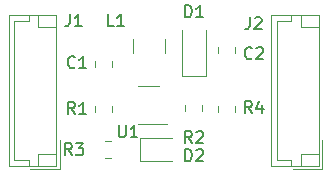
<source format=gbr>
%TF.GenerationSoftware,KiCad,Pcbnew,(5.1.6)-1*%
%TF.CreationDate,2020-07-04T13:17:01+02:00*%
%TF.ProjectId,Grove_step_up,47726f76-655f-4737-9465-705f75702e6b,rev?*%
%TF.SameCoordinates,Original*%
%TF.FileFunction,Legend,Top*%
%TF.FilePolarity,Positive*%
%FSLAX46Y46*%
G04 Gerber Fmt 4.6, Leading zero omitted, Abs format (unit mm)*
G04 Created by KiCad (PCBNEW (5.1.6)-1) date 2020-07-04 13:17:01*
%MOMM*%
%LPD*%
G01*
G04 APERTURE LIST*
%ADD10C,0.120000*%
%ADD11C,0.150000*%
G04 APERTURE END LIST*
D10*
%TO.C,U1*%
X118480000Y-80350000D02*
X120930000Y-80350000D01*
X120280000Y-77130000D02*
X118480000Y-77130000D01*
%TO.C,R4*%
X125274000Y-78813922D02*
X125274000Y-79331078D01*
X126694000Y-78813922D02*
X126694000Y-79331078D01*
%TO.C,R3*%
X116161078Y-81840000D02*
X115643922Y-81840000D01*
X116161078Y-83260000D02*
X115643922Y-83260000D01*
%TO.C,R2*%
X123900000Y-79301078D02*
X123900000Y-78783922D01*
X122480000Y-79301078D02*
X122480000Y-78783922D01*
%TO.C,R1*%
X116280000Y-79331078D02*
X116280000Y-78813922D01*
X114860000Y-79331078D02*
X114860000Y-78813922D01*
%TO.C,L1*%
X120740000Y-74392064D02*
X120740000Y-73187936D01*
X118020000Y-74392064D02*
X118020000Y-73187936D01*
%TO.C,J2*%
X134055000Y-84190000D02*
X134055000Y-81690000D01*
X131555000Y-84190000D02*
X134055000Y-84190000D01*
X132255000Y-72170000D02*
X133755000Y-72170000D01*
X132255000Y-71170000D02*
X132255000Y-72170000D01*
X132255000Y-82890000D02*
X133755000Y-82890000D01*
X132255000Y-83890000D02*
X132255000Y-82890000D01*
X131445000Y-71670000D02*
X131445000Y-71170000D01*
X130235000Y-71670000D02*
X131445000Y-71670000D01*
X130235000Y-83390000D02*
X130235000Y-71670000D01*
X131445000Y-83390000D02*
X130235000Y-83390000D01*
X131445000Y-83890000D02*
X131445000Y-83390000D01*
X129735000Y-71170000D02*
X129735000Y-83890000D01*
X133755000Y-71170000D02*
X129735000Y-71170000D01*
X133755000Y-83890000D02*
X133755000Y-71170000D01*
X129735000Y-83890000D02*
X133755000Y-83890000D01*
%TO.C,J1*%
X111830000Y-84190000D02*
X111830000Y-81690000D01*
X109330000Y-84190000D02*
X111830000Y-84190000D01*
X110030000Y-72170000D02*
X111530000Y-72170000D01*
X110030000Y-71170000D02*
X110030000Y-72170000D01*
X110030000Y-82890000D02*
X111530000Y-82890000D01*
X110030000Y-83890000D02*
X110030000Y-82890000D01*
X109220000Y-71670000D02*
X109220000Y-71170000D01*
X108010000Y-71670000D02*
X109220000Y-71670000D01*
X108010000Y-83390000D02*
X108010000Y-71670000D01*
X109220000Y-83390000D02*
X108010000Y-83390000D01*
X109220000Y-83890000D02*
X109220000Y-83390000D01*
X107510000Y-71170000D02*
X107510000Y-83890000D01*
X111530000Y-71170000D02*
X107510000Y-71170000D01*
X111530000Y-83890000D02*
X111530000Y-71170000D01*
X107510000Y-83890000D02*
X111530000Y-83890000D01*
%TO.C,D2*%
X118662500Y-83510000D02*
X121347500Y-83510000D01*
X118662500Y-81590000D02*
X118662500Y-83510000D01*
X121347500Y-81590000D02*
X118662500Y-81590000D01*
%TO.C,D1*%
X122190000Y-76290000D02*
X122190000Y-72390000D01*
X124190000Y-76290000D02*
X124190000Y-72390000D01*
X122190000Y-76290000D02*
X124190000Y-76290000D01*
%TO.C,C2*%
X126694000Y-74348078D02*
X126694000Y-73830922D01*
X125274000Y-74348078D02*
X125274000Y-73830922D01*
%TO.C,C1*%
X114860000Y-75003922D02*
X114860000Y-75521078D01*
X116280000Y-75003922D02*
X116280000Y-75521078D01*
%TO.C,U1*%
D11*
X116840095Y-80478380D02*
X116840095Y-81287904D01*
X116887714Y-81383142D01*
X116935333Y-81430761D01*
X117030571Y-81478380D01*
X117221047Y-81478380D01*
X117316285Y-81430761D01*
X117363904Y-81383142D01*
X117411523Y-81287904D01*
X117411523Y-80478380D01*
X118411523Y-81478380D02*
X117840095Y-81478380D01*
X118125809Y-81478380D02*
X118125809Y-80478380D01*
X118030571Y-80621238D01*
X117935333Y-80716476D01*
X117840095Y-80764095D01*
%TO.C,R4*%
X128103333Y-79446380D02*
X127770000Y-78970190D01*
X127531904Y-79446380D02*
X127531904Y-78446380D01*
X127912857Y-78446380D01*
X128008095Y-78494000D01*
X128055714Y-78541619D01*
X128103333Y-78636857D01*
X128103333Y-78779714D01*
X128055714Y-78874952D01*
X128008095Y-78922571D01*
X127912857Y-78970190D01*
X127531904Y-78970190D01*
X128960476Y-78779714D02*
X128960476Y-79446380D01*
X128722380Y-78398761D02*
X128484285Y-79113047D01*
X129103333Y-79113047D01*
%TO.C,R3*%
X112863333Y-83002380D02*
X112530000Y-82526190D01*
X112291904Y-83002380D02*
X112291904Y-82002380D01*
X112672857Y-82002380D01*
X112768095Y-82050000D01*
X112815714Y-82097619D01*
X112863333Y-82192857D01*
X112863333Y-82335714D01*
X112815714Y-82430952D01*
X112768095Y-82478571D01*
X112672857Y-82526190D01*
X112291904Y-82526190D01*
X113196666Y-82002380D02*
X113815714Y-82002380D01*
X113482380Y-82383333D01*
X113625238Y-82383333D01*
X113720476Y-82430952D01*
X113768095Y-82478571D01*
X113815714Y-82573809D01*
X113815714Y-82811904D01*
X113768095Y-82907142D01*
X113720476Y-82954761D01*
X113625238Y-83002380D01*
X113339523Y-83002380D01*
X113244285Y-82954761D01*
X113196666Y-82907142D01*
%TO.C,R2*%
X123023333Y-81986380D02*
X122690000Y-81510190D01*
X122451904Y-81986380D02*
X122451904Y-80986380D01*
X122832857Y-80986380D01*
X122928095Y-81034000D01*
X122975714Y-81081619D01*
X123023333Y-81176857D01*
X123023333Y-81319714D01*
X122975714Y-81414952D01*
X122928095Y-81462571D01*
X122832857Y-81510190D01*
X122451904Y-81510190D01*
X123404285Y-81081619D02*
X123451904Y-81034000D01*
X123547142Y-80986380D01*
X123785238Y-80986380D01*
X123880476Y-81034000D01*
X123928095Y-81081619D01*
X123975714Y-81176857D01*
X123975714Y-81272095D01*
X123928095Y-81414952D01*
X123356666Y-81986380D01*
X123975714Y-81986380D01*
%TO.C,R1*%
X113117333Y-79524880D02*
X112784000Y-79048690D01*
X112545904Y-79524880D02*
X112545904Y-78524880D01*
X112926857Y-78524880D01*
X113022095Y-78572500D01*
X113069714Y-78620119D01*
X113117333Y-78715357D01*
X113117333Y-78858214D01*
X113069714Y-78953452D01*
X113022095Y-79001071D01*
X112926857Y-79048690D01*
X112545904Y-79048690D01*
X114069714Y-79524880D02*
X113498285Y-79524880D01*
X113784000Y-79524880D02*
X113784000Y-78524880D01*
X113688761Y-78667738D01*
X113593523Y-78762976D01*
X113498285Y-78810595D01*
%TO.C,L1*%
X116419333Y-72080380D02*
X115943142Y-72080380D01*
X115943142Y-71080380D01*
X117276476Y-72080380D02*
X116705047Y-72080380D01*
X116990761Y-72080380D02*
X116990761Y-71080380D01*
X116895523Y-71223238D01*
X116800285Y-71318476D01*
X116705047Y-71366095D01*
%TO.C,J2*%
X127936666Y-71334380D02*
X127936666Y-72048666D01*
X127889047Y-72191523D01*
X127793809Y-72286761D01*
X127650952Y-72334380D01*
X127555714Y-72334380D01*
X128365238Y-71429619D02*
X128412857Y-71382000D01*
X128508095Y-71334380D01*
X128746190Y-71334380D01*
X128841428Y-71382000D01*
X128889047Y-71429619D01*
X128936666Y-71524857D01*
X128936666Y-71620095D01*
X128889047Y-71762952D01*
X128317619Y-72334380D01*
X128936666Y-72334380D01*
%TO.C,J1*%
X112696666Y-71080380D02*
X112696666Y-71794666D01*
X112649047Y-71937523D01*
X112553809Y-72032761D01*
X112410952Y-72080380D01*
X112315714Y-72080380D01*
X113696666Y-72080380D02*
X113125238Y-72080380D01*
X113410952Y-72080380D02*
X113410952Y-71080380D01*
X113315714Y-71223238D01*
X113220476Y-71318476D01*
X113125238Y-71366095D01*
%TO.C,D2*%
X122451904Y-83510380D02*
X122451904Y-82510380D01*
X122690000Y-82510380D01*
X122832857Y-82558000D01*
X122928095Y-82653238D01*
X122975714Y-82748476D01*
X123023333Y-82938952D01*
X123023333Y-83081809D01*
X122975714Y-83272285D01*
X122928095Y-83367523D01*
X122832857Y-83462761D01*
X122690000Y-83510380D01*
X122451904Y-83510380D01*
X123404285Y-82605619D02*
X123451904Y-82558000D01*
X123547142Y-82510380D01*
X123785238Y-82510380D01*
X123880476Y-82558000D01*
X123928095Y-82605619D01*
X123975714Y-82700857D01*
X123975714Y-82796095D01*
X123928095Y-82938952D01*
X123356666Y-83510380D01*
X123975714Y-83510380D01*
%TO.C,D1*%
X122451904Y-71318380D02*
X122451904Y-70318380D01*
X122690000Y-70318380D01*
X122832857Y-70366000D01*
X122928095Y-70461238D01*
X122975714Y-70556476D01*
X123023333Y-70746952D01*
X123023333Y-70889809D01*
X122975714Y-71080285D01*
X122928095Y-71175523D01*
X122832857Y-71270761D01*
X122690000Y-71318380D01*
X122451904Y-71318380D01*
X123975714Y-71318380D02*
X123404285Y-71318380D01*
X123690000Y-71318380D02*
X123690000Y-70318380D01*
X123594761Y-70461238D01*
X123499523Y-70556476D01*
X123404285Y-70604095D01*
%TO.C,C2*%
X128103333Y-74779142D02*
X128055714Y-74826761D01*
X127912857Y-74874380D01*
X127817619Y-74874380D01*
X127674761Y-74826761D01*
X127579523Y-74731523D01*
X127531904Y-74636285D01*
X127484285Y-74445809D01*
X127484285Y-74302952D01*
X127531904Y-74112476D01*
X127579523Y-74017238D01*
X127674761Y-73922000D01*
X127817619Y-73874380D01*
X127912857Y-73874380D01*
X128055714Y-73922000D01*
X128103333Y-73969619D01*
X128484285Y-73969619D02*
X128531904Y-73922000D01*
X128627142Y-73874380D01*
X128865238Y-73874380D01*
X128960476Y-73922000D01*
X129008095Y-73969619D01*
X129055714Y-74064857D01*
X129055714Y-74160095D01*
X129008095Y-74302952D01*
X128436666Y-74874380D01*
X129055714Y-74874380D01*
%TO.C,C1*%
X113117333Y-75541142D02*
X113069714Y-75588761D01*
X112926857Y-75636380D01*
X112831619Y-75636380D01*
X112688761Y-75588761D01*
X112593523Y-75493523D01*
X112545904Y-75398285D01*
X112498285Y-75207809D01*
X112498285Y-75064952D01*
X112545904Y-74874476D01*
X112593523Y-74779238D01*
X112688761Y-74684000D01*
X112831619Y-74636380D01*
X112926857Y-74636380D01*
X113069714Y-74684000D01*
X113117333Y-74731619D01*
X114069714Y-75636380D02*
X113498285Y-75636380D01*
X113784000Y-75636380D02*
X113784000Y-74636380D01*
X113688761Y-74779238D01*
X113593523Y-74874476D01*
X113498285Y-74922095D01*
%TD*%
M02*

</source>
